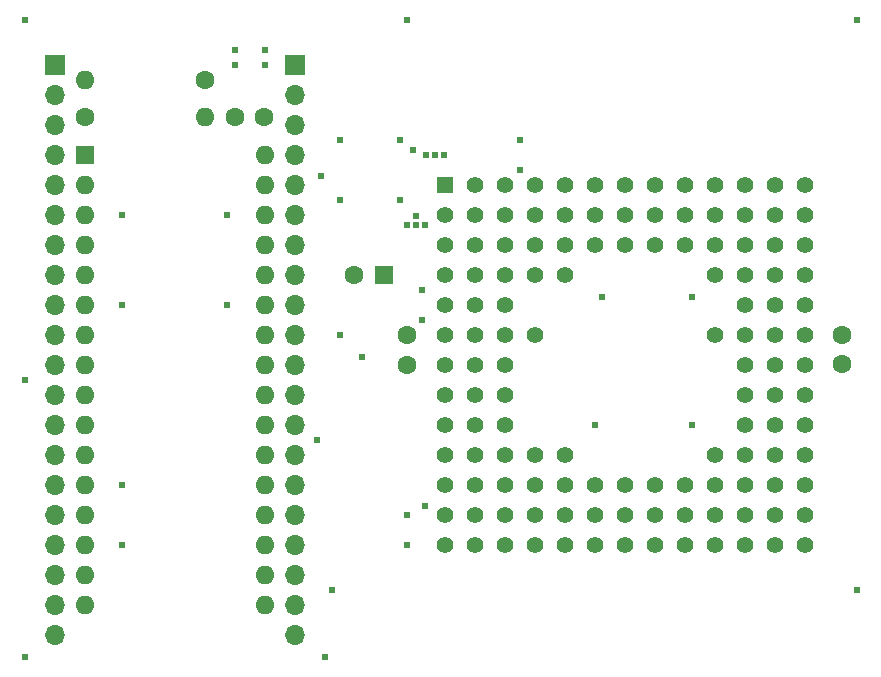
<source format=gbs>
G04 #@! TF.GenerationSoftware,KiCad,Pcbnew,(6.0.10-0)*
G04 #@! TF.CreationDate,2023-02-19T16:13:56+09:00*
G04 #@! TF.ProjectId,MEZ68030RAM,4d455a36-3830-4333-9052-414d2e6b6963,A*
G04 #@! TF.SameCoordinates,PX5f5e100PY8e18f40*
G04 #@! TF.FileFunction,Soldermask,Bot*
G04 #@! TF.FilePolarity,Negative*
%FSLAX46Y46*%
G04 Gerber Fmt 4.6, Leading zero omitted, Abs format (unit mm)*
G04 Created by KiCad (PCBNEW (6.0.10-0)) date 2023-02-19 16:13:56*
%MOMM*%
%LPD*%
G01*
G04 APERTURE LIST*
%ADD10C,1.600000*%
%ADD11O,1.600000X1.600000*%
%ADD12R,1.397000X1.397000*%
%ADD13C,1.397000*%
%ADD14R,1.600000X1.600000*%
%ADD15R,1.700000X1.700000*%
%ADD16O,1.700000X1.700000*%
%ADD17C,0.605000*%
G04 APERTURE END LIST*
D10*
X16510000Y50435000D03*
D11*
X6350000Y50435000D03*
D12*
X36830000Y41545000D03*
D13*
X39370000Y41545000D03*
X41910000Y41545000D03*
X44450000Y41545000D03*
X46990000Y41545000D03*
X49530000Y41545000D03*
X52070000Y41545000D03*
X54610000Y41545000D03*
X57150000Y41545000D03*
X59690000Y41545000D03*
X62230000Y41545000D03*
X64770000Y41545000D03*
X67310000Y41545000D03*
X36830000Y39005000D03*
X39370000Y39005000D03*
X41910000Y39005000D03*
X44450000Y39005000D03*
X46990000Y39005000D03*
X49530000Y39005000D03*
X52070000Y39005000D03*
X54610000Y39005000D03*
X57150000Y39005000D03*
X59690000Y39005000D03*
X62230000Y39005000D03*
X64770000Y39005000D03*
X67310000Y39005000D03*
X36830000Y36465000D03*
X39370000Y36465000D03*
X41910000Y36465000D03*
X44450000Y36465000D03*
X46990000Y36465000D03*
X49530000Y36465000D03*
X52070000Y36465000D03*
X54610000Y36465000D03*
X57150000Y36465000D03*
X59690000Y36465000D03*
X62230000Y36465000D03*
X64770000Y36465000D03*
X67310000Y36465000D03*
X36830000Y33925000D03*
X39370000Y33925000D03*
X41910000Y33925000D03*
X44450000Y33925000D03*
X46990000Y33925000D03*
X59690000Y33925000D03*
X62230000Y33925000D03*
X64770000Y33925000D03*
X67310000Y33925000D03*
X36830000Y31385000D03*
X39370000Y31385000D03*
X41910000Y31385000D03*
X62230000Y31385000D03*
X64770000Y31385000D03*
X67310000Y31385000D03*
X36830000Y28845000D03*
X39370000Y28845000D03*
X41910000Y28845000D03*
X44450000Y28845000D03*
X59690000Y28845000D03*
X62230000Y28845000D03*
X64770000Y28845000D03*
X67310000Y28845000D03*
X36830000Y26305000D03*
X39370000Y26305000D03*
X41910000Y26305000D03*
X62230000Y26305000D03*
X64770000Y26305000D03*
X67310000Y26305000D03*
X36830000Y23765000D03*
X39370000Y23765000D03*
X41910000Y23765000D03*
X62230000Y23765000D03*
X64770000Y23765000D03*
X67310000Y23765000D03*
X36830000Y21225000D03*
X39370000Y21225000D03*
X41910000Y21225000D03*
X62230000Y21225000D03*
X64770000Y21225000D03*
X67310000Y21225000D03*
X36830000Y18685000D03*
X39370000Y18685000D03*
X41910000Y18685000D03*
X44450000Y18685000D03*
X46990000Y18685000D03*
X59690000Y18685000D03*
X62230000Y18685000D03*
X64770000Y18685000D03*
X67310000Y18685000D03*
X36830000Y16145000D03*
X39370000Y16145000D03*
X41910000Y16145000D03*
X44450000Y16145000D03*
X46990000Y16145000D03*
X49530000Y16145000D03*
X52070000Y16145000D03*
X54610000Y16145000D03*
X57150000Y16145000D03*
X59690000Y16145000D03*
X62230000Y16145000D03*
X64770000Y16145000D03*
X67310000Y16145000D03*
X36830000Y13605000D03*
X39370000Y13605000D03*
X41910000Y13605000D03*
X44450000Y13605000D03*
X46990000Y13605000D03*
X49530000Y13605000D03*
X52070000Y13605000D03*
X54610000Y13605000D03*
X57150000Y13605000D03*
X59690000Y13605000D03*
X62230000Y13605000D03*
X64770000Y13605000D03*
X67310000Y13605000D03*
X36830000Y11065000D03*
X39370000Y11065000D03*
X41910000Y11065000D03*
X44450000Y11065000D03*
X46990000Y11065000D03*
X49530000Y11065000D03*
X52070000Y11065000D03*
X54610000Y11065000D03*
X57150000Y11065000D03*
X59690000Y11065000D03*
X62230000Y11065000D03*
X64770000Y11065000D03*
X67310000Y11065000D03*
D14*
X6345000Y44085000D03*
D11*
X6345000Y41545000D03*
X6345000Y39005000D03*
X6345000Y36465000D03*
X6345000Y33925000D03*
X6345000Y31385000D03*
X6345000Y28845000D03*
X6345000Y26305000D03*
X6345000Y23765000D03*
X6345000Y21225000D03*
X6345000Y18685000D03*
X6345000Y16145000D03*
X6345000Y13605000D03*
X6345000Y11065000D03*
X6345000Y8525000D03*
X6345000Y5985000D03*
X21585000Y5985000D03*
X21585000Y8525000D03*
X21585000Y11065000D03*
X21585000Y13605000D03*
X21585000Y16145000D03*
X21585000Y18685000D03*
X21585000Y21225000D03*
X21585000Y23765000D03*
X21585000Y26305000D03*
X21585000Y28845000D03*
X21585000Y31385000D03*
X21585000Y33925000D03*
X21585000Y36465000D03*
X21585000Y39005000D03*
X21585000Y41545000D03*
X21585000Y44085000D03*
D14*
X31662400Y33925000D03*
D10*
X29162400Y33925000D03*
X21570000Y47260000D03*
X19070000Y47260000D03*
X6350000Y47260000D03*
D11*
X16510000Y47260000D03*
D10*
X70485000Y28845000D03*
X70485000Y26345000D03*
X33655000Y28825000D03*
X33655000Y26325000D03*
D15*
X24130000Y51705000D03*
D16*
X24130000Y49165000D03*
X24130000Y46625000D03*
X24130000Y44085000D03*
X24130000Y41545000D03*
X24130000Y39005000D03*
X24130000Y36465000D03*
X24130000Y33925000D03*
X24130000Y31385000D03*
X24130000Y28845000D03*
X24130000Y26305000D03*
X24130000Y23765000D03*
X24130000Y21225000D03*
X24130000Y18685000D03*
X24130000Y16145000D03*
X24130000Y13605000D03*
X24130000Y11065000D03*
X24130000Y8525000D03*
X24130000Y5985000D03*
X24130000Y3445000D03*
D15*
X3810000Y51705000D03*
D16*
X3810000Y49165000D03*
X3810000Y46625000D03*
X3810000Y44085000D03*
X3810000Y41545000D03*
X3810000Y39005000D03*
X3810000Y36465000D03*
X3810000Y33925000D03*
X3810000Y31385000D03*
X3810000Y28845000D03*
X3810000Y26305000D03*
X3810000Y23765000D03*
X3810000Y21225000D03*
X3810000Y18685000D03*
X3810000Y16145000D03*
X3810000Y13605000D03*
X3810000Y11065000D03*
X3810000Y8525000D03*
X3810000Y5985000D03*
X3810000Y3445000D03*
D17*
X27940000Y40275000D03*
X43180000Y42815000D03*
X18415000Y31385000D03*
X33655000Y55515000D03*
X29845000Y26940000D03*
X1270000Y55515000D03*
X9525000Y16145000D03*
X21590000Y52975000D03*
X19050000Y51705000D03*
X27940000Y28845000D03*
X33020000Y45355000D03*
X27940000Y45355000D03*
X26035000Y19955000D03*
X71755000Y7255000D03*
X33655000Y11065000D03*
X43180000Y45355000D03*
X21590000Y51705000D03*
X71755000Y55515000D03*
X9525000Y31385000D03*
X27305000Y7255000D03*
X1270000Y25035000D03*
X33020000Y40275000D03*
X9525000Y11065000D03*
X26670000Y1540000D03*
X49530000Y21225000D03*
X34925000Y30115000D03*
X34925000Y32655000D03*
X18415000Y39005000D03*
X1270000Y1540000D03*
X57785000Y21225000D03*
X33655000Y13605000D03*
X50165000Y32020000D03*
X19050000Y52975000D03*
X57785000Y32020000D03*
X9525000Y39005000D03*
X35179000Y38116000D03*
X36792731Y44051100D03*
X35179000Y14382500D03*
X34168809Y44460191D03*
X35278925Y44051100D03*
X36035828Y44051100D03*
X34417000Y38872903D03*
X33660097Y38116000D03*
X34417000Y38116000D03*
X26348800Y42326257D03*
M02*

</source>
